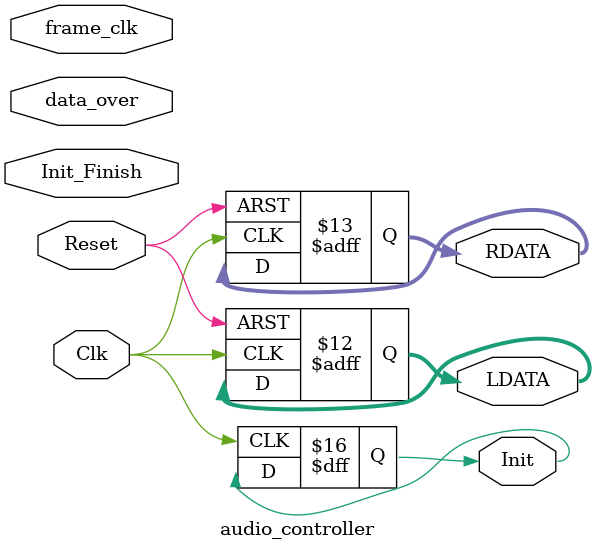
<source format=sv>
module audio_controller(
								
									output logic [15:0]  LDATA, RDATA,
									output logic Init, 
									input	logic Init_Finish, Reset, Clk, data_over,
									input logic frame_clk
								
								);
								
enum logic [1:0] {Start} state,next_state;
								
always_comb
	begin	
	unique case(state)
		Start:
		begin
		next_state<=Start;
		end
	endcase
end	

always_ff @ (posedge Clk or posedge Reset)
	begin
	
		if ( Reset ) 
			begin 
				LDATA <= 16'hFFFF;
				RDATA <= 16'hFFFF;
				state<= Start;
			end
		else
			begin
	
		state <= next_state;

			if(Init_Finish)
				begin
//Need to add some logic for inputting .wav here+
				end
				else
				begin
					Init <= Init;
					LDATA <= LDATA;
					RDATA <= RDATA;
				end
			end
		
	end
endmodule

</source>
